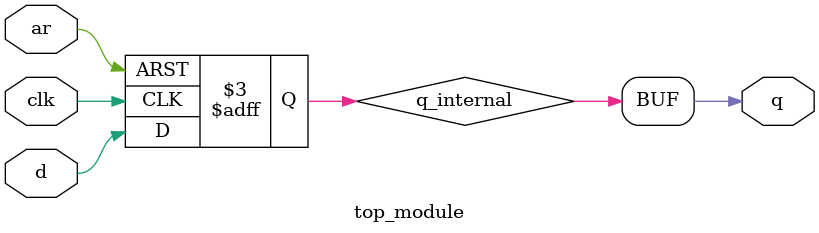
<source format=sv>
module top_module (
	input clk,
	input d,
	input ar,
	output logic q
);

    // internal signal for the flip flop
    logic q_internal;

    // D flip flop instantiation
    always_ff @(posedge clk or negedge ar)
    begin
        if (~ar)
            q_internal <= 0; // reset, q_internal is cleared to 0
        else
            q_internal <= d; // flip, q_internal is set to d
    end

    // output assignment
    assign q = q_internal;

endmodule

</source>
